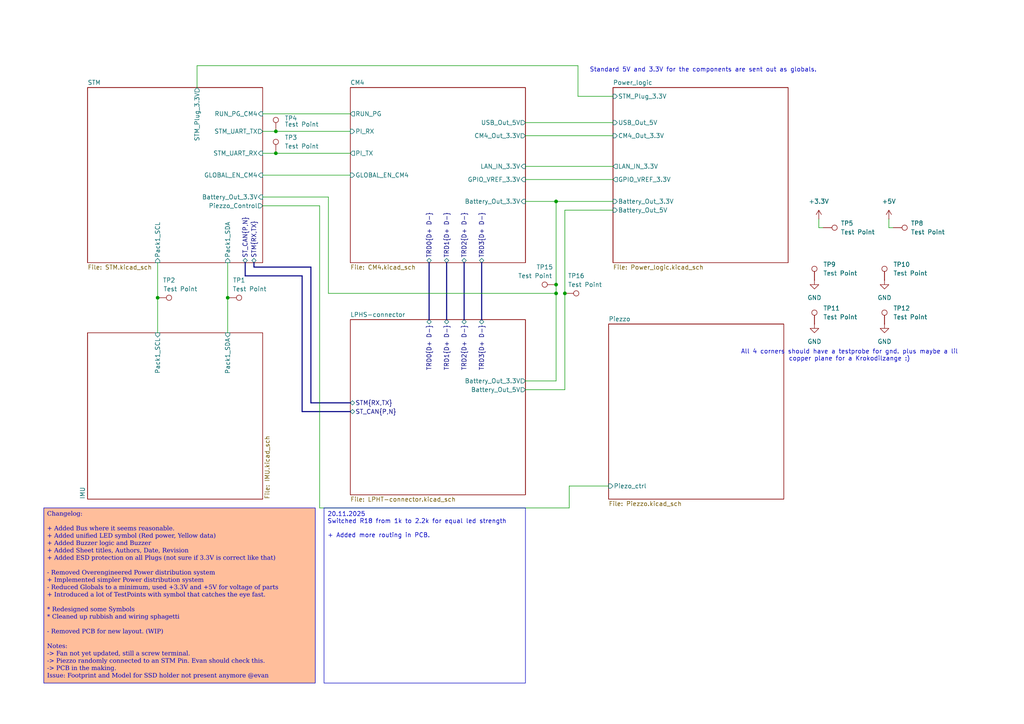
<source format=kicad_sch>
(kicad_sch (version 20250114) (generator "eeschema") (generator_version "9.0")
  (paper "A4")
  (title_block (title "Nautilus_Mainboard") (date "2025-11-19") (rev "0") (company "Evan & Davide"))
  (lib_symbols
    (symbol "#dzdb:g_mech/M-TEST-SMT_1.5mm_round" (pin_numbers hide) (pin_names (offset 0.762) hide)
      (property "Reference" "TP" (at 0 6.858 0))
      (property "Value" "Test Point" (at 0 5.08 0))
      (symbol "g_mech/M-TEST-SMT_1.5mm_round_0_1"
        (circle (center 0 3.302) (radius 0.762))
      )
      (symbol "g_mech/M-TEST-SMT_1.5mm_round_1_1"
        (pin passive line (at 0 0 90) (length 2.54) (name "1") (number "1"))
      )
    )
    (symbol "power:+3.3V" (power) (pin_numbers hide) (pin_names (offset 0) hide)
      (property "Value" "+3.3V" (at 0 3.556 0))
      (symbol "+3.3V_0_1"
        (polyline (pts (xy -0.762 1.27) (xy 0 2.54)))
        (polyline (pts (xy 0 2.54) (xy 0.762 1.27)))
        (polyline (pts (xy 0 0) (xy 0 2.54)))
      )
      (symbol "+3.3V_1_1"
        (pin power_in line (at 0 0 90) (length 0) (name "~") (number "1"))
      )
    )
    (symbol "power:+5V" (power) (pin_numbers hide) (pin_names (offset 0) hide)
      (property "Value" "+5V" (at 0 3.556 0))
      (symbol "+5V_0_1"
        (polyline (pts (xy -0.762 1.27) (xy 0 2.54)))
        (polyline (pts (xy 0 2.54) (xy 0.762 1.27)))
        (polyline (pts (xy 0 0) (xy 0 2.54)))
      )
      (symbol "+5V_1_1"
        (pin power_in line (at 0 0 90) (length 0) (name "~") (number "1"))
      )
    )
    (symbol "power:GND" (power) (pin_numbers hide) (pin_names (offset 0) hide)
      (property "Value" "GND" (at 0 -3.81 0))
      (symbol "GND_0_1"
        (polyline (pts (xy 0 0) (xy 0 -1.27) (xy 1.27 -1.27) (xy 0 -2.54) (xy -1.27 -1.27) (xy 0 -1.27)))
      )
      (symbol "GND_1_1"
        (pin power_in line (at 0 0 270) (length 0) (name "~") (number "1"))
      )
    )
  )
  (junction (at 163.83 85.09))
  (junction (at 80.01 44.45))
  (junction (at 66.04 86.36))
  (junction (at 80.01 38.1))
  (junction (at 161.29 58.42))
  (junction (at 161.29 85.09))
  (junction (at 161.29 82.55))
  (junction (at 45.72 86.36))
  (wire (pts (xy 161.29 58.42) (xy 161.29 82.55)))
  (wire (pts (xy 152.4 35.56) (xy 177.8 35.56)))
  (bus (pts (xy 139.7 76.2) (xy 139.7 92.71)))
  (wire (pts (xy 152.4 58.42) (xy 161.29 58.42)))
  (bus (pts (xy 134.62 76.2) (xy 134.62 92.71)))
  (wire (pts (xy 76.2 38.1) (xy 80.01 38.1)))
  (wire (pts (xy 92.71 147.32) (xy 92.71 59.69)))
  (wire (pts (xy 163.83 85.09) (xy 163.83 113.03)))
  (wire (pts (xy 152.4 48.26) (xy 177.8 48.26)))
  (wire (pts (xy 66.04 76.2) (xy 66.04 86.36)))
  (wire (pts (xy 76.2 44.45) (xy 80.01 44.45)))
  (wire (pts (xy 167.64 19.05) (xy 167.64 27.94)))
  (bus (pts (xy 87.63 80.01) (xy 87.63 119.38)))
  (wire (pts (xy 152.4 110.49) (xy 161.29 110.49)))
  (bus (pts (xy 71.12 80.01) (xy 87.63 80.01)))
  (bus (pts (xy 71.12 76.2) (xy 71.12 80.01)))
  (wire (pts (xy 45.72 76.2) (xy 45.72 86.36)))
  (wire (pts (xy 76.2 50.8) (xy 101.6 50.8)))
  (wire (pts (xy 237.49 66.04) (xy 238.76 66.04)))
  (bus (pts (xy 124.46 76.2) (xy 124.46 92.71)))
  (wire (pts (xy 80.01 44.45) (xy 101.6 44.45)))
  (wire (pts (xy 95.25 57.15) (xy 95.25 85.09)))
  (wire (pts (xy 80.01 38.1) (xy 101.6 38.1)))
  (wire (pts (xy 76.2 57.15) (xy 95.25 57.15)))
  (bus (pts (xy 73.66 77.47) (xy 90.17 77.47)))
  (wire (pts (xy 165.1 140.97) (xy 165.1 147.32)))
  (wire (pts (xy 257.81 66.04) (xy 259.08 66.04)))
  (wire (pts (xy 66.04 86.36) (xy 66.04 96.52)))
  (wire (pts (xy 257.81 66.04) (xy 257.81 63.5)))
  (wire (pts (xy 152.4 113.03) (xy 163.83 113.03)))
  (wire (pts (xy 57.15 19.05) (xy 167.64 19.05)))
  (wire (pts (xy 161.29 82.55) (xy 161.29 85.09)))
  (wire (pts (xy 165.1 147.32) (xy 92.71 147.32)))
  (wire (pts (xy 163.83 60.96) (xy 163.83 85.09)))
  (wire (pts (xy 152.4 52.07) (xy 177.8 52.07)))
  (bus (pts (xy 73.66 76.2) (xy 73.66 77.47)))
  (wire (pts (xy 237.49 63.5) (xy 237.49 66.04)))
  (bus (pts (xy 90.17 116.84) (xy 101.6 116.84)))
  (bus (pts (xy 87.63 119.38) (xy 101.6 119.38)))
  (wire (pts (xy 161.29 85.09) (xy 161.29 110.49)))
  (wire (pts (xy 152.4 39.37) (xy 177.8 39.37)))
  (wire (pts (xy 167.64 27.94) (xy 177.8 27.94)))
  (bus (pts (xy 90.17 77.47) (xy 90.17 116.84)))
  (wire (pts (xy 95.25 85.09) (xy 161.29 85.09)))
  (bus (pts (xy 129.54 76.2) (xy 129.54 92.71)))
  (wire (pts (xy 57.15 25.4) (xy 57.15 19.05)))
  (wire (pts (xy 161.29 58.42) (xy 177.8 58.42)))
  (wire (pts (xy 45.72 86.36) (xy 45.72 96.52)))
  (wire (pts (xy 176.53 140.97) (xy 165.1 140.97)))
  (wire (pts (xy 177.8 60.96) (xy 163.83 60.96)))
  (wire (pts (xy 76.2 33.02) (xy 101.6 33.02)))
  (wire (pts (xy 76.2 59.69) (xy 92.71 59.69)))
  (text_box "20.11.2025\nSwitched R18 from 1k to 2.2k for equal led strength\n\n+ Added more routing in PCB." (at 93.98 147.32 0) (size 58.42 50.8) (margins 0.9525 0.9525 0.9525 0.9525) (effects (font (size 1.27 1.27)) (justify left top)))
  (text_box "Changelog:\n\n+ Added Bus where it seems reasonable.\n+ Added unified LED symbol (Red power, Yellow data)\n+ Added Buzzer logic and Buzzer\n+ Added Sheet titles, Authors, Date, Revision\n+ Added ESD protection on all Plugs (not sure if 3.3V is correct like that)\n\n- Removed Overengineered Power distribution system\n+ Implemented simpler Power distribution system\n- Reduced Globals to a minimum, used +3.3V and +5V for voltage of parts\n+ Introduced a lot of TestPoints with symbol that catches the eye fast.\n\n* Redesigned some Symbols\n* Cleaned up rubbish and wiring sphagetti\n\n- Removed PCB for new layout. (WIP)\n\nNotes:\n-> Fan not yet updated, still a screw terminal.\n-> Piezzo randomly connected to an STM Pin. Evan should check this.\n-> PCB in the making.\nIssue: Footprint and Model for SSD holder not present anymore @evan\n" (at 12.7 147.32 0) (size 78.74 50.8) (margins 0.9525 0.9525 0.9525 0.9525) (fill (type color) (color 255 164 114 0.7)) (effects (font (size 1.27 1.27)) (justify left top)))
  (text "Standard 5V and 3.3V for the components are sent out as globals." (at 203.962 20.32 0) (effects (font (size 1.27 1.27))))
  (text "All 4 corners should have a testprobe for gnd. plus maybe a lil\ncopper plane for a Krokodilzange :)" (at 246.38 103.124 0) (effects (font (size 1.27 1.27))))
  (symbol (lib_id "power:+3.3V") (at 237.49 63.5 0) (unit 1)
    (property "Reference" "#PWR05" (effects (hide yes)))
    (property "Value" "+3.3V" (at 237.49 58.42 0))
    (property "Description" "Power symbol creates a global label with name \"+3.3V\"" (effects (hide yes)))
  )
  (symbol (lib_id "power:GND") (at 236.22 93.98 0) (unit 1)
    (property "Reference" "#PWR061" (effects (hide yes)))
    (property "Value" "GND" (at 236.22 99.06 0))
    (property "Description" "Power symbol creates a global label with name \"GND\" , ground" (effects (hide yes)))
  )
  (symbol (lib_id "#dzdb:g_mech/M-TEST-SMT_1.5mm_round") (at 161.29 82.55 90) (unit 1)
    (property "Reference" "TP15" (at 157.988 77.47 90))
    (property "Value" "Test Point" (at 155.194 80.01 90))
    (property "Footprint" "TestPoint:TestPoint_Pad_D1.5mm" (effects (hide yes)))
    (property "Description" "SMT Test Point 1.5mm round" (effects (hide yes)))
    (property "IPN" "M-TEST-SMT_1.5mm_round" (effects (hide yes)))
    (property "Comments" "TestPoint 1.5mm" (effects (hide yes)))
  )
  (symbol (lib_id "power:+5V") (at 257.81 63.5 0) (unit 1)
    (property "Reference" "#PWR065" (effects (hide yes)))
    (property "Value" "+5V" (at 257.81 58.42 0))
    (property "Description" "Power symbol creates a global label with name \"+5V\"" (effects (hide yes)))
  )
  (symbol (lib_id "power:GND") (at 256.54 81.28 0) (unit 1)
    (property "Reference" "#PWR017" (effects (hide yes)))
    (property "Value" "GND" (at 256.54 86.36 0))
    (property "Description" "Power symbol creates a global label with name \"GND\" , ground" (effects (hide yes)))
  )
  (symbol (lib_id "#dzdb:g_mech/M-TEST-SMT_1.5mm_round") (at 66.04 86.36 270) (mirror x) (unit 1)
    (property "Reference" "TP1" (at 69.342 81.28 90))
    (property "Value" "Test Point" (at 72.39 83.82 90))
    (property "Footprint" "TestPoint:TestPoint_Pad_D1.5mm" (effects (hide yes)))
    (property "Description" "SMT Test Point 1.5mm round" (effects (hide yes)))
    (property "IPN" "M-TEST-SMT_1.5mm_round" (effects (hide yes)))
    (property "Comments" "TestPoint 1.5mm" (effects (hide yes)))
  )
  (symbol (lib_id "power:GND") (at 256.54 93.98 0) (unit 1)
    (property "Reference" "#PWR062" (effects (hide yes)))
    (property "Value" "GND" (at 256.54 99.06 0))
    (property "Description" "Power symbol creates a global label with name \"GND\" , ground" (effects (hide yes)))
  )
  (symbol (lib_id "#dzdb:g_mech/M-TEST-SMT_1.5mm_round") (at 238.76 66.04 270) (unit 1)
    (property "Reference" "TP5" (at 243.84 64.7699 90) (effects (justify left)))
    (property "Value" "Test Point" (at 243.84 67.3099 90) (effects (justify left)))
    (property "Footprint" "TestPoint:TestPoint_Pad_D1.5mm" (effects (hide yes)))
    (property "Description" "SMT Test Point 1.5mm round" (effects (hide yes)))
    (property "IPN" "M-TEST-SMT_1.5mm_round" (effects (hide yes)))
    (property "Comments" "TestPoint 1.5mm" (effects (hide yes)))
  )
  (symbol (lib_id "power:GND") (at 236.22 81.28 0) (unit 1)
    (property "Reference" "#PWR048" (effects (hide yes)))
    (property "Value" "GND" (at 236.22 86.36 0))
    (property "Description" "Power symbol creates a global label with name \"GND\" , ground" (effects (hide yes)))
  )
  (symbol (lib_id "#dzdb:g_mech/M-TEST-SMT_1.5mm_round") (at 80.01 44.45 0) (unit 1)
    (property "Reference" "TP3" (at 82.55 39.8779 0) (effects (justify left)))
    (property "Value" "Test Point" (at 82.55 42.4179 0) (effects (justify left)))
    (property "Footprint" "TestPoint:TestPoint_Pad_D1.5mm" (effects (hide yes)))
    (property "Description" "SMT Test Point 1.5mm round" (effects (hide yes)))
    (property "IPN" "M-TEST-SMT_1.5mm_round" (effects (hide yes)))
    (property "Comments" "TestPoint 1.5mm" (effects (hide yes)))
  )
  (symbol (lib_id "#dzdb:g_mech/M-TEST-SMT_1.5mm_round") (at 236.22 81.28 0) (unit 1)
    (property "Reference" "TP9" (at 238.76 76.7079 0) (effects (justify left)))
    (property "Value" "Test Point" (at 238.76 79.2479 0) (effects (justify left)))
    (property "Footprint" "TestPoint:TestPoint_Pad_D1.5mm" (effects (hide yes)))
    (property "Description" "SMT Test Point 1.5mm round" (effects (hide yes)))
    (property "IPN" "M-TEST-SMT_1.5mm_round" (effects (hide yes)))
    (property "Comments" "TestPoint 1.5mm" (effects (hide yes)))
  )
  (symbol (lib_id "#dzdb:g_mech/M-TEST-SMT_1.5mm_round") (at 236.22 93.98 0) (unit 1)
    (property "Reference" "TP11" (at 238.76 89.4079 0) (effects (justify left)))
    (property "Value" "Test Point" (at 238.76 91.9479 0) (effects (justify left)))
    (property "Footprint" "TestPoint:TestPoint_Pad_D1.5mm" (effects (hide yes)))
    (property "Description" "SMT Test Point 1.5mm round" (effects (hide yes)))
    (property "IPN" "M-TEST-SMT_1.5mm_round" (effects (hide yes)))
    (property "Comments" "TestPoint 1.5mm" (effects (hide yes)))
  )
  (symbol (lib_id "#dzdb:g_mech/M-TEST-SMT_1.5mm_round") (at 80.01 38.1 0) (unit 1)
    (property "Reference" "TP4" (at 82.55 34.29 0) (effects (justify left)))
    (property "Value" "Test Point" (at 82.55 36.0679 0) (effects (justify left)))
    (property "Footprint" "TestPoint:TestPoint_Pad_D1.5mm" (effects (hide yes)))
    (property "Description" "SMT Test Point 1.5mm round" (effects (hide yes)))
    (property "IPN" "M-TEST-SMT_1.5mm_round" (effects (hide yes)))
    (property "Comments" "TestPoint 1.5mm" (effects (hide yes)))
  )
  (symbol (lib_id "#dzdb:g_mech/M-TEST-SMT_1.5mm_round") (at 163.83 85.09 270) (mirror x) (unit 1)
    (property "Reference" "TP16" (at 167.132 80.01 90))
    (property "Value" "Test Point" (at 169.672 82.55 90))
    (property "Footprint" "TestPoint:TestPoint_Pad_D1.5mm" (effects (hide yes)))
    (property "Description" "SMT Test Point 1.5mm round" (effects (hide yes)))
    (property "IPN" "M-TEST-SMT_1.5mm_round" (effects (hide yes)))
    (property "Comments" "TestPoint 1.5mm" (effects (hide yes)))
  )
  (symbol (lib_id "#dzdb:g_mech/M-TEST-SMT_1.5mm_round") (at 259.08 66.04 270) (unit 1)
    (property "Reference" "TP8" (at 264.16 64.7699 90) (effects (justify left)))
    (property "Value" "Test Point" (at 264.16 67.3099 90) (effects (justify left)))
    (property "Footprint" "TestPoint:TestPoint_Pad_D1.5mm" (effects (hide yes)))
    (property "Description" "SMT Test Point 1.5mm round" (effects (hide yes)))
    (property "IPN" "M-TEST-SMT_1.5mm_round" (effects (hide yes)))
    (property "Comments" "TestPoint 1.5mm" (effects (hide yes)))
  )
  (symbol (lib_id "#dzdb:g_mech/M-TEST-SMT_1.5mm_round") (at 256.54 81.28 0) (unit 1)
    (property "Reference" "TP10" (at 259.08 76.7079 0) (effects (justify left)))
    (property "Value" "Test Point" (at 259.08 79.2479 0) (effects (justify left)))
    (property "Footprint" "TestPoint:TestPoint_Pad_D1.5mm" (effects (hide yes)))
    (property "Description" "SMT Test Point 1.5mm round" (effects (hide yes)))
    (property "IPN" "M-TEST-SMT_1.5mm_round" (effects (hide yes)))
    (property "Comments" "TestPoint 1.5mm" (effects (hide yes)))
  )
  (symbol (lib_id "#dzdb:g_mech/M-TEST-SMT_1.5mm_round") (at 256.54 93.98 0) (unit 1)
    (property "Reference" "TP12" (at 259.08 89.4079 0) (effects (justify left)))
    (property "Value" "Test Point" (at 259.08 91.9479 0) (effects (justify left)))
    (property "Footprint" "TestPoint:TestPoint_Pad_D1.5mm" (effects (hide yes)))
    (property "Description" "SMT Test Point 1.5mm round" (effects (hide yes)))
    (property "IPN" "M-TEST-SMT_1.5mm_round" (effects (hide yes)))
    (property "Comments" "TestPoint 1.5mm" (effects (hide yes)))
  )
  (symbol (lib_id "#dzdb:g_mech/M-TEST-SMT_1.5mm_round") (at 45.72 86.36 270) (mirror x) (unit 1)
    (property "Reference" "TP2" (at 49.022 81.28 90))
    (property "Value" "Test Point" (at 52.324 83.82 90))
    (property "Footprint" "TestPoint:TestPoint_Pad_D1.5mm" (effects (hide yes)))
    (property "Description" "SMT Test Point 1.5mm round" (effects (hide yes)))
    (property "IPN" "M-TEST-SMT_1.5mm_round" (effects (hide yes)))
    (property "Comments" "TestPoint 1.5mm" (effects (hide yes)))
  )
  (sheet (at 25.4 25.4) (size 50.8 50.8) (stroke (width 0.1524)) (fill (color 0 0 0 0.0))
    (property "Sheetname" "STM" (at 25.4 24.6884 0) (effects (justify left bottom)))
    (property "Sheetfile" "STM.kicad_sch" (at 25.4 76.7846 0) (effects (justify left top)))
    (pin "RUN_PG_CM4" input (at 76.2 33.02 0))
    (pin "GLOBAL_EN_CM4" input (at 76.2 50.8 0))
    (pin "Pack1_SCL" input (at 45.72 76.2 270))
    (pin "Pack1_SDA" input (at 66.04 76.2 270))
    (pin "STM_UART_RX" input (at 76.2 44.45 0))
    (pin "STM_UART_TX" output (at 76.2 38.1 0))
    (pin "STM_Plug_3.3V" output (at 57.15 25.4 90))
    (pin "Battery_Out_3.3V" input (at 76.2 57.15 0))
    (pin "Piezzo_Control" output (at 76.2 59.69 0))
    (pin "STM{RX,TX}" bidirectional (at 73.66 76.2 270))
    (pin "ST_CAN{P,N}" bidirectional (at 71.12 76.2 270))
  )
  (sheet (at 176.53 93.98) (size 50.8 50.8) (stroke (width 0.1524)) (fill (color 0 0 0 0.0))
    (property "Sheetname" "Piezzo" (at 176.53 93.2684 0) (effects (justify left bottom)))
    (property "Sheetfile" "Piezzo.kicad_sch" (at 176.53 145.3646 0) (effects (justify left top)))
    (pin "Piezo_ctrl" input (at 176.53 140.97 180))
  )
  (sheet (at 101.6 92.71) (size 50.8 50.8) (stroke (width 0.1524)) (fill (color 0 0 0 0.0))
    (property "Sheetname" "LPHS-connector" (at 101.6 91.9984 0) (effects (justify left bottom)))
    (property "Sheetfile" "LPHT-connector.kicad_sch" (at 101.6 144.0946 0) (effects (justify left top)))
    (pin "TRD0{D+ D-}" bidirectional (at 124.46 92.71 90))
    (pin "TRD1{D+ D-}" bidirectional (at 129.54 92.71 90))
    (pin "TRD2{D+ D-}" bidirectional (at 134.62 92.71 90))
    (pin "TRD3{D+ D-}" bidirectional (at 139.7 92.71 90))
    (pin "Battery_Out_3.3V" output (at 152.4 110.49 0))
    (pin "Battery_Out_5V" output (at 152.4 113.03 0))
    (pin "STM{RX,TX}" bidirectional (at 101.6 116.84 180))
    (pin "ST_CAN{P,N}" bidirectional (at 101.6 119.38 180))
  )
  (sheet (at 25.4 96.52) (size 50.8 48.26) (stroke (width 0.1524)) (fill (color 0 0 0 0.0))
    (property "Sheetname" "IMU" (at 24.6884 144.78 90) (effects (justify left bottom)))
    (property "Sheetfile" "IMU.kicad_sch" (at 76.7846 144.78 90) (effects (justify left top)))
    (pin "Pack1_SCL" input (at 45.72 96.52 90))
    (pin "Pack1_SDA" input (at 66.04 96.52 90))
  )
  (sheet (at 177.8 25.4) (size 50.8 50.8) (stroke (width 0.1524)) (fill (color 0 0 0 0.0))
    (property "Sheetname" "Power_logic" (at 177.8 24.6884 0) (effects (justify left bottom)))
    (property "Sheetfile" "Power_logic.kicad_sch" (at 177.8 76.7846 0) (effects (justify left top)))
    (pin "GPIO_VREF_3.3V" output (at 177.8 52.07 180))
    (pin "LAN_IN_3.3V" output (at 177.8 48.26 180))
    (pin "Battery_Out_3.3V" input (at 177.8 58.42 180))
    (pin "Battery_Out_5V" input (at 177.8 60.96 180))
    (pin "CM4_Out_3.3V" input (at 177.8 39.37 180))
    (pin "STM_Plug_3.3V" input (at 177.8 27.94 180))
    (pin "USB_Out_5V" input (at 177.8 35.56 180))
  )
  (sheet (at 101.6 25.4) (size 50.8 50.8) (stroke (width 0.1524)) (fill (color 0 0 0 0.0))
    (property "Sheetname" "CM4" (at 101.6 24.6884 0) (effects (justify left bottom)))
    (property "Sheetfile" "CM4.kicad_sch" (at 101.6 76.7846 0) (effects (justify left top)))
    (pin "PI_RX" input (at 101.6 38.1 180))
    (pin "PI_TX" output (at 101.6 44.45 180))
    (pin "RUN_PG" output (at 101.6 33.02 180))
    (pin "GLOBAL_EN_CM4" input (at 101.6 50.8 180))
    (pin "TRD0{D+ D-}" bidirectional (at 124.46 76.2 270))
    (pin "TRD1{D+ D-}" bidirectional (at 129.54 76.2 270))
    (pin "TRD2{D+ D-}" bidirectional (at 134.62 76.2 270))
    (pin "TRD3{D+ D-}" bidirectional (at 139.7 76.2 270))
    (pin "GPIO_VREF_3.3V" input (at 152.4 52.07 0))
    (pin "LAN_IN_3.3V" input (at 152.4 48.26 0))
    (pin "Battery_Out_3.3V" input (at 152.4 58.42 0))
    (pin "CM4_Out_3.3V" output (at 152.4 39.37 0))
    (pin "USB_Out_5V" output (at 152.4 35.56 0))
  )
)
</source>
